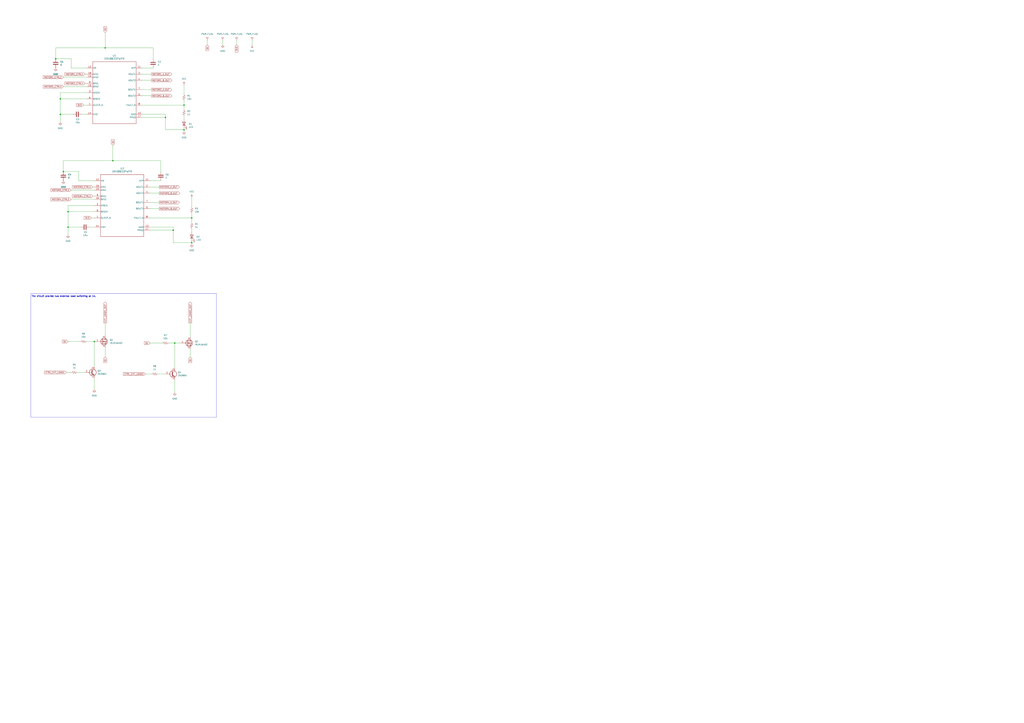
<source format=kicad_sch>
(kicad_sch (version 20250114) (generator "eeschema") (generator_version "9.0")
  (paper "A1")
  (lib_symbols
    (symbol "2025-03-26_19-09-32:DRV8833PWPR" (pin_names (offset 0.254))
      (property "Reference" "U" (at 0 2.54 0))
      (property "Value" "DRV8833PWPR" (at 0 0 0))
      (symbol "DRV8833PWPR_0_1"
        (polyline (pts (xy -17.78 25.4) (xy -17.78 -25.4)) (stroke (width 0.2032)))
        (polyline (pts (xy -17.78 -25.4) (xy 17.78 -25.4)) (stroke (width 0.2032)))
        (polyline (pts (xy 17.78 25.4) (xy -17.78 25.4)) (stroke (width 0.2032)))
        (polyline (pts (xy 17.78 -25.4) (xy 17.78 25.4)) (stroke (width 0.2032)))
        (pin power_in line (at -22.86 20.32 0) (length 5.08) (name "VM") (number "12"))
        (pin input line (at -22.86 15.24 0) (length 5.08) (name "AIN1") (number "16"))
        (pin input line (at -22.86 12.7 0) (length 5.08) (name "AIN2") (number "15"))
        (pin input line (at -22.86 7.62 0) (length 5.08) (name "BIN1") (number "9"))
        (pin input line (at -22.86 5.08 0) (length 5.08) (name "BIN2") (number "10"))
        (pin input line (at -22.86 0 0) (length 5.08) (name "AISEN") (number "3"))
        (pin input line (at -22.86 -5.08 0) (length 5.08) (name "BISEN") (number "6"))
        (pin input line (at -22.86 -10.16 0) (length 5.08) (name "SLEEP_N") (number "1"))
        (pin unspecified line (at -22.86 -17.78 0) (length 5.08) (name "VINT") (number "14"))
        (pin bidirectional line (at 22.86 20.32 180) (length 5.08) (name "VCP") (number "11"))
        (pin tri_state line (at 22.86 15.24 180) (length 5.08) (name "AOUT1") (number "2"))
        (pin tri_state line (at 22.86 10.16 180) (length 5.08) (name "AOUT2") (number "4"))
        (pin tri_state line (at 22.86 2.54 180) (length 5.08) (name "BOUT1") (number "7"))
        (pin tri_state line (at 22.86 -2.54 180) (length 5.08) (name "BOUT2") (number "5"))
        (pin open_collector line (at 22.86 -10.16 180) (length 5.08) (name "FAULT_N") (number "8"))
        (pin power_in line (at 22.86 -17.78 180) (length 5.08) (name "GND") (number "13"))
        (pin power_in line (at 22.86 -20.32 180) (length 5.08) (name "PPAD") (number "17"))
      )
    )
    (symbol "Device:C" (pin_numbers (hide yes)) (pin_names (offset 0.254))
      (property "Reference" "C" (at 0.635 2.54 0))
      (property "Value" "C" (at 0.635 -2.54 0))
      (symbol "C_0_1"
        (polyline (pts (xy -2.032 0.762) (xy 2.032 0.762)) (stroke (width 0.508)))
        (polyline (pts (xy -2.032 -0.762) (xy 2.032 -0.762)) (stroke (width 0.508)))
      )
      (symbol "C_1_1"
        (pin passive line (at 0 3.81 270) (length 2.794) (name "~") (number "1"))
        (pin passive line (at 0 -3.81 90) (length 2.794) (name "~") (number "2"))
      )
    )
    (symbol "Device:LED" (pin_numbers (hide yes)) (pin_names (offset 1.016) (hide yes))
      (property "Reference" "D" (at 0 2.54 0))
      (property "Value" "LED" (at 0 -2.54 0))
      (symbol "LED_0_1"
        (polyline (pts (xy -3.048 -0.762) (xy -4.572 -2.286) (xy -3.81 -2.286) (xy -4.572 -2.286) (xy -4.572 -1.524)))
        (polyline (pts (xy -1.778 -0.762) (xy -3.302 -2.286) (xy -2.54 -2.286) (xy -3.302 -2.286) (xy -3.302 -1.524)))
        (polyline (pts (xy -1.27 0) (xy 1.27 0)))
        (polyline (pts (xy -1.27 -1.27) (xy -1.27 1.27)) (stroke (width 0.254)))
        (polyline (pts (xy 1.27 -1.27) (xy 1.27 1.27) (xy -1.27 0) (xy 1.27 -1.27)) (stroke (width 0.254)))
      )
      (symbol "LED_1_1"
        (pin passive line (at -3.81 0 0) (length 2.54) (name "K") (number "1"))
        (pin passive line (at 3.81 0 180) (length 2.54) (name "A") (number "2"))
      )
    )
    (symbol "Device:R_Small_US" (pin_numbers (hide yes)) (pin_names (offset 0.254) (hide yes))
      (property "Reference" "R" (at 0.762 0.508 0))
      (property "Value" "R_Small_US" (at 0.762 -1.016 0))
      (symbol "R_Small_US_1_1"
        (polyline (pts (xy 0 1.524) (xy 1.016 1.143) (xy 0 0.762) (xy -1.016 0.381) (xy 0 0)))
        (polyline (pts (xy 0 0) (xy 1.016 -0.381) (xy 0 -0.762) (xy -1.016 -1.143) (xy 0 -1.524)))
        (pin passive line (at 0 2.54 270) (length 1.016) (name "~") (number "1"))
        (pin passive line (at 0 -2.54 90) (length 1.016) (name "~") (number "2"))
      )
    )
    (symbol "Transistor_BJT:2N3904" (pin_names (offset 0) (hide yes))
      (property "Reference" "Q" (at 5.08 1.905 0))
      (property "Value" "2N3904" (at 5.08 0 0))
      (symbol "2N3904_0_1"
        (polyline (pts (xy -2.54 0) (xy 0.635 0)))
        (polyline (pts (xy 0.635 1.905) (xy 0.635 -1.905)) (stroke (width 0.508)))
        (circle (center 1.27 0) (radius 2.8194) (stroke (width 0.254)))
      )
      (symbol "2N3904_1_1"
        (polyline (pts (xy 0.635 0.635) (xy 2.54 2.54)))
        (polyline (pts (xy 0.635 -0.635) (xy 2.54 -2.54)))
        (polyline (pts (xy 1.27 -1.778) (xy 1.778 -1.27) (xy 2.286 -2.286) (xy 1.27 -1.778)) (fill (type outline)))
        (pin input line (at -5.08 0 0) (length 2.54) (name "B") (number "2"))
        (pin passive line (at 2.54 5.08 270) (length 2.54) (name "C") (number "3"))
        (pin passive line (at 2.54 -5.08 90) (length 2.54) (name "E") (number "1"))
      )
    )
    (symbol "Transistor_FET:IRLML6402" (pin_names (hide yes))
      (property "Reference" "Q" (at 5.08 1.905 0))
      (property "Value" "IRLML6402" (at 5.08 0 0))
      (symbol "IRLML6402_0_1"
        (polyline (pts (xy 0.254 1.905) (xy 0.254 -1.905)) (stroke (width 0.254)))
        (polyline (pts (xy 0.254 0) (xy -2.54 0)))
        (polyline (pts (xy 0.762 2.286) (xy 0.762 1.27)) (stroke (width 0.254)))
        (polyline (pts (xy 0.762 1.778) (xy 3.302 1.778) (xy 3.302 -1.778) (xy 0.762 -1.778)))
        (polyline (pts (xy 0.762 0.508) (xy 0.762 -0.508)) (stroke (width 0.254)))
        (polyline (pts (xy 0.762 -1.27) (xy 0.762 -2.286)) (stroke (width 0.254)))
        (circle (center 1.651 0) (radius 2.794) (stroke (width 0.254)))
        (polyline (pts (xy 2.286 0) (xy 1.27 0.381) (xy 1.27 -0.381) (xy 2.286 0)) (fill (type outline)))
        (polyline (pts (xy 2.54 2.54) (xy 2.54 1.778)))
        (circle (center 2.54 1.778) (radius 0.254) (fill (type outline)))
        (circle (center 2.54 -1.778) (radius 0.254) (fill (type outline)))
        (polyline (pts (xy 2.54 -2.54) (xy 2.54 0) (xy 0.762 0)))
        (polyline (pts (xy 2.794 -0.508) (xy 2.921 -0.381) (xy 3.683 -0.381) (xy 3.81 -0.254)))
        (polyline (pts (xy 3.302 -0.381) (xy 2.921 0.254) (xy 3.683 0.254) (xy 3.302 -0.381)))
      )
      (symbol "IRLML6402_1_1"
        (pin input line (at -5.08 0 0) (length 2.54) (name "G") (number "1"))
        (pin passive line (at 2.54 5.08 270) (length 2.54) (name "D") (number "3"))
        (pin passive line (at 2.54 -5.08 90) (length 2.54) (name "S") (number "2"))
      )
    )
    (symbol "power:GND" (power) (pin_numbers (hide yes)) (pin_names (offset 0) (hide yes))
      (property "Value" "GND" (at 0 -3.81 0))
      (symbol "GND_0_1"
        (polyline (pts (xy 0 0) (xy 0 -1.27) (xy 1.27 -1.27) (xy 0 -2.54) (xy -1.27 -1.27) (xy 0 -1.27)))
      )
      (symbol "GND_1_1"
        (pin power_in line (at 0 0 270) (length 0) (name "~") (number "1"))
      )
    )
    (symbol "power:PWR_FLAG" (power) (pin_numbers (hide yes)) (pin_names (offset 0) (hide yes))
      (property "Value" "PWR_FLAG" (at 0 3.81 0))
      (symbol "PWR_FLAG_0_0"
        (pin power_out line (at 0 0 90) (length 0) (name "~") (number "1"))
      )
      (symbol "PWR_FLAG_0_1"
        (polyline (pts (xy 0 0) (xy 0 1.27) (xy -1.016 1.905) (xy 0 2.54) (xy 1.016 1.905) (xy 0 1.27)))
      )
    )
    (symbol "power:VCC" (power) (pin_numbers (hide yes)) (pin_names (offset 0) (hide yes))
      (property "Value" "VCC" (at 0 3.556 0))
      (symbol "VCC_0_1"
        (polyline (pts (xy -0.762 1.27) (xy 0 2.54)))
        (polyline (pts (xy 0 2.54) (xy 0.762 1.27)))
        (polyline (pts (xy 0 0) (xy 0 2.54)))
      )
      (symbol "VCC_1_1"
        (pin power_in line (at 0 0 90) (length 0) (name "~") (number "1"))
      )
    )
  )
  (text "The circuit provide two external load switching at 1A." (at 52.324 243.586 0) (effects (font (size 1.27 1.27) (thickness 0.254) (bold yes))))
  (junction (at 55.88 186.69))
  (junction (at 151.13 86.36))
  (junction (at 157.48 179.07))
  (junction (at 45.72 48.26))
  (junction (at 142.24 189.23))
  (junction (at 86.36 39.37))
  (junction (at 55.88 173.99))
  (junction (at 92.71 132.08))
  (junction (at 77.47 280.67))
  (junction (at 157.48 199.39))
  (junction (at 143.51 281.94))
  (junction (at 52.07 140.97))
  (junction (at 49.53 93.98))
  (junction (at 135.89 96.52))
  (junction (at 49.53 81.28))
  (junction (at 151.13 106.68))
  (wire (pts (xy 207.01 33.02) (xy 207.01 36.83)))
  (wire (pts (xy 86.36 39.37) (xy 45.72 39.37)))
  (wire (pts (xy 45.72 48.26) (xy 58.42 48.26)))
  (wire (pts (xy 132.08 132.08) (xy 92.71 132.08)))
  (wire (pts (xy 58.42 156.21) (xy 77.47 156.21)))
  (wire (pts (xy 182.88 33.02) (xy 182.88 36.83)))
  (wire (pts (xy 77.47 280.67) (xy 77.47 300.99)))
  (wire (pts (xy 138.43 281.94) (xy 143.51 281.94)))
  (wire (pts (xy 143.51 312.42) (xy 143.51 322.58)))
  (wire (pts (xy 123.19 186.69) (xy 142.24 186.69)))
  (wire (pts (xy 142.24 189.23) (xy 142.24 199.39)))
  (wire (pts (xy 49.53 93.98) (xy 49.53 100.33)))
  (wire (pts (xy 49.53 76.2) (xy 49.53 81.28)))
  (wire (pts (xy 69.85 60.96) (xy 71.12 60.96)))
  (wire (pts (xy 63.5 306.07) (xy 69.85 306.07)))
  (wire (pts (xy 92.71 119.38) (xy 92.71 132.08)))
  (wire (pts (xy 123.19 166.37) (xy 130.81 166.37)))
  (polyline (pts (xy 25.4 241.3) (xy 177.8 241.3)))
  (wire (pts (xy 142.24 199.39) (xy 157.48 199.39)))
  (wire (pts (xy 64.77 140.97) (xy 64.77 148.59)))
  (wire (pts (xy 116.84 93.98) (xy 135.89 93.98)))
  (wire (pts (xy 77.47 311.15) (xy 77.47 320.04)))
  (wire (pts (xy 125.73 39.37) (xy 86.36 39.37)))
  (wire (pts (xy 52.07 132.08) (xy 52.07 140.97)))
  (wire (pts (xy 71.12 280.67) (xy 77.47 280.67)))
  (wire (pts (xy 77.47 168.91) (xy 55.88 168.91)))
  (wire (pts (xy 116.84 78.74) (xy 124.46 78.74)))
  (wire (pts (xy 68.58 86.36) (xy 71.12 86.36)))
  (wire (pts (xy 86.36 285.75) (xy 86.36 293.37)))
  (wire (pts (xy 125.73 48.26) (xy 125.73 39.37)))
  (polyline (pts (xy 25.4 241.3) (xy 25.4 342.9)))
  (wire (pts (xy 116.84 66.04) (xy 124.46 66.04)))
  (wire (pts (xy 123.19 153.67) (xy 130.81 153.67)))
  (wire (pts (xy 54.61 306.07) (xy 58.42 306.07)))
  (wire (pts (xy 49.53 81.28) (xy 71.12 81.28)))
  (wire (pts (xy 55.88 186.69) (xy 55.88 193.04)))
  (wire (pts (xy 86.36 265.43) (xy 86.36 275.59)))
  (wire (pts (xy 58.42 163.83) (xy 77.47 163.83)))
  (wire (pts (xy 151.13 82.55) (xy 151.13 86.36)))
  (wire (pts (xy 55.88 168.91) (xy 55.88 173.99)))
  (wire (pts (xy 135.89 93.98) (xy 135.89 96.52)))
  (wire (pts (xy 151.13 105.41) (xy 151.13 106.68)))
  (wire (pts (xy 119.38 307.34) (xy 124.46 307.34)))
  (wire (pts (xy 116.84 86.36) (xy 151.13 86.36)))
  (wire (pts (xy 151.13 69.85) (xy 151.13 77.47)))
  (wire (pts (xy 116.84 96.52) (xy 135.89 96.52)))
  (wire (pts (xy 123.19 148.59) (xy 132.08 148.59)))
  (wire (pts (xy 74.93 179.07) (xy 77.47 179.07)))
  (wire (pts (xy 49.53 81.28) (xy 49.53 93.98)))
  (wire (pts (xy 123.19 179.07) (xy 157.48 179.07)))
  (wire (pts (xy 135.89 96.52) (xy 135.89 106.68)))
  (wire (pts (xy 69.85 68.58) (xy 71.12 68.58)))
  (wire (pts (xy 77.47 148.59) (xy 64.77 148.59)))
  (wire (pts (xy 142.24 186.69) (xy 142.24 189.23)))
  (wire (pts (xy 132.08 140.97) (xy 132.08 132.08)))
  (wire (pts (xy 116.84 60.96) (xy 124.46 60.96)))
  (wire (pts (xy 157.48 187.96) (xy 157.48 190.5)))
  (wire (pts (xy 52.07 63.5) (xy 71.12 63.5)))
  (wire (pts (xy 116.84 73.66) (xy 124.46 73.66)))
  (wire (pts (xy 76.2 161.29) (xy 77.47 161.29)))
  (wire (pts (xy 151.13 86.36) (xy 151.13 90.17)))
  (wire (pts (xy 71.12 55.88) (xy 58.42 55.88)))
  (wire (pts (xy 73.66 186.69) (xy 77.47 186.69)))
  (wire (pts (xy 143.51 302.26) (xy 143.51 281.94)))
  (wire (pts (xy 151.13 106.68) (xy 151.13 107.95)))
  (wire (pts (xy 123.19 171.45) (xy 130.81 171.45)))
  (wire (pts (xy 55.88 280.67) (xy 66.04 280.67)))
  (wire (pts (xy 156.21 287.02) (xy 156.21 293.37)))
  (wire (pts (xy 67.31 93.98) (xy 71.12 93.98)))
  (wire (pts (xy 123.19 158.75) (xy 130.81 158.75)))
  (wire (pts (xy 157.48 175.26) (xy 157.48 179.07)))
  (wire (pts (xy 157.48 198.12) (xy 157.48 199.39)))
  (wire (pts (xy 151.13 95.25) (xy 151.13 97.79)))
  (wire (pts (xy 156.21 265.43) (xy 156.21 276.86)))
  (wire (pts (xy 92.71 132.08) (xy 52.07 132.08)))
  (wire (pts (xy 76.2 153.67) (xy 77.47 153.67)))
  (wire (pts (xy 135.89 106.68) (xy 151.13 106.68)))
  (wire (pts (xy 59.69 93.98) (xy 49.53 93.98)))
  (wire (pts (xy 157.48 179.07) (xy 157.48 182.88)))
  (wire (pts (xy 71.12 76.2) (xy 49.53 76.2)))
  (wire (pts (xy 86.36 26.67) (xy 86.36 39.37)))
  (wire (pts (xy 116.84 55.88) (xy 125.73 55.88)))
  (wire (pts (xy 170.18 33.02) (xy 170.18 36.83)))
  (wire (pts (xy 148.59 281.94) (xy 143.51 281.94)))
  (wire (pts (xy 55.88 173.99) (xy 77.47 173.99)))
  (wire (pts (xy 58.42 48.26) (xy 58.42 55.88)))
  (wire (pts (xy 55.88 173.99) (xy 55.88 186.69)))
  (wire (pts (xy 45.72 39.37) (xy 45.72 48.26)))
  (wire (pts (xy 52.07 71.12) (xy 71.12 71.12)))
  (wire (pts (xy 157.48 162.56) (xy 157.48 170.18)))
  (wire (pts (xy 77.47 280.67) (xy 78.74 280.67)))
  (wire (pts (xy 129.54 307.34) (xy 135.89 307.34)))
  (polyline (pts (xy 177.8 241.3) (xy 177.8 342.9)))
  (wire (pts (xy 123.19 281.94) (xy 133.35 281.94)))
  (wire (pts (xy 123.19 189.23) (xy 142.24 189.23)))
  (wire (pts (xy 66.04 186.69) (xy 55.88 186.69)))
  (wire (pts (xy 157.48 199.39) (xy 157.48 200.66)))
  (wire (pts (xy 194.31 33.02) (xy 194.31 36.83)))
  (wire (pts (xy 52.07 140.97) (xy 64.77 140.97)))
  (polyline (pts (xy 177.8 342.9) (xy 25.4 342.9)))
  (global_label "3V3" (shape input) (at 68.58 86.36 180) (property "Intersheetrefs" "${INTERSHEET_REFS}" (effects (hide yes))))
  (global_label "MOTOR3_CTRL2" (shape input) (at 58.42 156.21 180) (property "Intersheetrefs" "${INTERSHEET_REFS}" (effects (hide yes))))
  (global_label "MOTOR3_CTRL1" (shape input) (at 76.2 153.67 180) (property "Intersheetrefs" "${INTERSHEET_REFS}" (effects (hide yes))))
  (global_label "5V" (shape input) (at 92.71 119.38 90) (property "Intersheetrefs" "${INTERSHEET_REFS}" (effects (hide yes))))
  (global_label "5V" (shape input) (at 86.36 293.37 270) (property "Intersheetrefs" "${INTERSHEET_REFS}" (effects (hide yes))))
  (global_label "5V" (shape input) (at 55.88 280.67 180) (property "Intersheetrefs" "${INTERSHEET_REFS}" (effects (hide yes))))
  (global_label "MOTOR1_CTRL2" (shape input) (at 52.07 63.5 180) (property "Intersheetrefs" "${INTERSHEET_REFS}" (effects (hide yes))))
  (global_label "5V" (shape input) (at 123.19 281.94 180) (property "Intersheetrefs" "${INTERSHEET_REFS}" (effects (hide yes))))
  (global_label "3V3" (shape input) (at 194.31 36.83 270) (property "Intersheetrefs" "${INTERSHEET_REFS}" (effects (hide yes))))
  (global_label "MOTOR3_B_OUT" (shape output) (at 130.81 158.75 0) (property "Intersheetrefs" "${INTERSHEET_REFS}" (effects (hide yes))))
  (global_label "MOTOR2_B_OUT" (shape output) (at 124.46 78.74 0) (property "Intersheetrefs" "${INTERSHEET_REFS}" (effects (hide yes))))
  (global_label "EXT_LOAD1_OUT" (shape output) (at 86.36 265.43 90) (property "Intersheetrefs" "${INTERSHEET_REFS}" (effects (hide yes))))
  (global_label "5V" (shape input) (at 156.21 293.37 270) (property "Intersheetrefs" "${INTERSHEET_REFS}" (effects (hide yes))))
  (global_label "MOTOR2_A_OUT" (shape output) (at 124.46 73.66 0) (property "Intersheetrefs" "${INTERSHEET_REFS}" (effects (hide yes))))
  (global_label "MOTOR2_CTRL1" (shape input) (at 69.85 68.58 180) (property "Intersheetrefs" "${INTERSHEET_REFS}" (effects (hide yes))))
  (global_label "MOTOR1_CTRL1" (shape input) (at 69.85 60.96 180) (property "Intersheetrefs" "${INTERSHEET_REFS}" (effects (hide yes))))
  (global_label "MOTOR4_B_OUT" (shape output) (at 130.81 171.45 0) (property "Intersheetrefs" "${INTERSHEET_REFS}" (effects (hide yes))))
  (global_label "CTRL_EXT_LOAD1" (shape input) (at 54.61 306.07 180) (property "Intersheetrefs" "${INTERSHEET_REFS}" (effects (hide yes))))
  (global_label "EXT_LOAD2_OUT" (shape output) (at 156.21 265.43 90) (property "Intersheetrefs" "${INTERSHEET_REFS}" (effects (hide yes))))
  (global_label "3V3" (shape input) (at 74.93 179.07 180) (property "Intersheetrefs" "${INTERSHEET_REFS}" (effects (hide yes))))
  (global_label "MOTOR3_A_OUT" (shape output) (at 130.81 153.67 0) (property "Intersheetrefs" "${INTERSHEET_REFS}" (effects (hide yes))))
  (global_label "MOTOR1_A_OUT" (shape output) (at 124.46 60.96 0) (property "Intersheetrefs" "${INTERSHEET_REFS}" (effects (hide yes))))
  (global_label "MOTOR2_CTRL2" (shape input) (at 52.07 71.12 180) (property "Intersheetrefs" "${INTERSHEET_REFS}" (effects (hide yes))))
  (global_label "5V" (shape input) (at 170.18 36.83 270) (property "Intersheetrefs" "${INTERSHEET_REFS}" (effects (hide yes))))
  (global_label "MOTOR4_A_OUT" (shape output) (at 130.81 166.37 0) (property "Intersheetrefs" "${INTERSHEET_REFS}" (effects (hide yes))))
  (global_label "MOTOR4_CTRL1" (shape input) (at 76.2 161.29 180) (property "Intersheetrefs" "${INTERSHEET_REFS}" (effects (hide yes))))
  (global_label "MOTOR1_B_OUT" (shape output) (at 124.46 66.04 0) (property "Intersheetrefs" "${INTERSHEET_REFS}" (effects (hide yes))))
  (global_label "5V" (shape input) (at 86.36 26.67 90) (property "Intersheetrefs" "${INTERSHEET_REFS}" (effects (hide yes))))
  (global_label "CTRL_EXT_LOAD2" (shape input) (at 119.38 307.34 180) (property "Intersheetrefs" "${INTERSHEET_REFS}" (effects (hide yes))))
  (global_label "MOTOR4_CTRL2" (shape input) (at 58.42 163.83 180) (property "Intersheetrefs" "${INTERSHEET_REFS}" (effects (hide yes))))
  (symbol (lib_id "power:VCC") (at 207.01 36.83 180) (unit 1)
    (property "Reference" "#PWR06" (effects (hide yes)))
    (property "Value" "VCC" (at 207.01 41.91 0))
    (property "Description" "Power symbol creates a global label with name \"VCC\"" (effects (hide yes)))
  )
  (symbol (lib_id "Device:R_Small_US") (at 151.13 92.71 0) (unit 1)
    (property "Reference" "R2" (at 153.67 91.4399 0) (effects (justify left)))
    (property "Value" "1k" (at 153.67 93.9799 0) (effects (justify left)))
    (property "Description" "Resistor, small US symbol" (effects (hide yes)))
  )
  (symbol (lib_id "power:GND") (at 77.47 320.04 0) (unit 1)
    (property "Reference" "#PWR011" (effects (hide yes)))
    (property "Value" "GND" (at 77.47 325.12 0))
    (property "Description" "Power symbol creates a global label with name \"GND\" , ground" (effects (hide yes)))
  )
  (symbol (lib_id "Device:C") (at 132.08 144.78 0) (unit 1)
    (property "Reference" "C6" (at 135.89 143.5099 0) (effects (justify left)))
    (property "Value" "C" (at 135.89 146.0499 0) (effects (justify left)))
    (property "Description" "Unpolarized capacitor" (effects (hide yes)))
  )
  (symbol (lib_id "Device:R_Small_US") (at 60.96 306.07 90) (unit 1)
    (property "Reference" "R5" (at 60.96 299.72 90))
    (property "Value" "1k" (at 60.96 302.26 90))
    (property "Description" "Resistor, small US symbol" (effects (hide yes)))
  )
  (symbol (lib_id "power:GND") (at 182.88 36.83 0) (unit 1)
    (property "Reference" "#PWR05" (effects (hide yes)))
    (property "Value" "GND" (at 182.88 41.91 0))
    (property "Description" "Power symbol creates a global label with name \"GND\" , ground" (effects (hide yes)))
  )
  (symbol (lib_id "Transistor_FET:IRLML6402") (at 153.67 281.94 0) (unit 1)
    (property "Reference" "Q2" (at 160.02 280.6699 0) (effects (justify left)))
    (property "Value" "IRLML6402" (at 160.02 283.2099 0) (effects (justify left)))
    (property "Footprint" "Package_TO_SOT_SMD:SOT-23" (effects (hide yes)))
    (property "Datasheet" "https://www.infineon.com/dgdl/irlml6402pbf.pdf?fileId=5546d462533600a401535668d5c2263c" (effects (hide yes)))
    (property "Description" "-3.7A Id, -20V Vds, 65mOhm Rds, P-Channel HEXFET Power MOSFET, SOT-23" (effects (hide yes)))
  )
  (symbol (lib_id "power:PWR_FLAG") (at 194.31 33.02 0) (unit 1)
    (property "Reference" "#FLG03" (effects (hide yes)))
    (property "Value" "PWR_FLAG" (at 194.31 27.94 0))
    (property "Description" "Special symbol for telling ERC where power comes from" (effects (hide yes)))
  )
  (symbol (lib_id "Device:R_Small_US") (at 157.48 172.72 0) (unit 1)
    (property "Reference" "R3" (at 160.02 171.4499 0) (effects (justify left)))
    (property "Value" "10k" (at 160.02 173.9899 0) (effects (justify left)))
    (property "Description" "Resistor, small US symbol" (effects (hide yes)))
  )
  (symbol (lib_id "Device:C") (at 52.07 144.78 0) (unit 1)
    (property "Reference" "C4" (at 55.88 143.5099 0) (effects (justify left)))
    (property "Value" "C" (at 55.88 146.0499 0) (effects (justify left)))
    (property "Description" "Unpolarized capacitor" (effects (hide yes)))
  )
  (symbol (lib_id "2025-03-26_19-09-32:DRV8833PWPR") (at 100.33 168.91 0) (unit 1)
    (property "Reference" "U2" (at 100.33 138.43 0) (effects (font (size 1.524 1.524))))
    (property "Value" "DRV8833PWPR" (at 100.33 140.97 0) (effects (font (size 1.524 1.524))))
    (property "Footprint" "footprints:PWP0016C_N" (effects (hide yes)))
    (property "Datasheet" "DRV8833PWPR" (effects (hide yes)))
  )
  (symbol (lib_id "power:VCC") (at 157.48 162.56 0) (unit 1)
    (property "Reference" "#PWR09" (effects (hide yes)))
    (property "Value" "VCC" (at 157.48 157.48 0))
    (property "Description" "Power symbol creates a global label with name \"VCC\"" (effects (hide yes)))
  )
  (symbol (lib_id "power:GND") (at 157.48 200.66 0) (unit 1)
    (property "Reference" "#PWR010" (effects (hide yes)))
    (property "Value" "GND" (at 157.48 205.74 0))
    (property "Description" "Power symbol creates a global label with name \"GND\" , ground" (effects (hide yes)))
  )
  (symbol (lib_id "Device:R_Small_US") (at 127 307.34 270) (unit 1)
    (property "Reference" "R8" (at 127 300.99 90))
    (property "Value" "1k" (at 127 303.53 90))
    (property "Description" "Resistor, small US symbol" (effects (hide yes)))
  )
  (symbol (lib_id "power:GND") (at 45.72 55.88 0) (unit 1)
    (property "Reference" "#PWR03" (effects (hide yes)))
    (property "Value" "GND" (at 45.72 60.96 0))
    (property "Description" "Power symbol creates a global label with name \"GND\" , ground" (effects (hide yes)))
  )
  (symbol (lib_id "Device:LED") (at 157.48 194.31 90) (unit 1)
    (property "Reference" "D2" (at 161.29 194.6274 90) (effects (justify right)))
    (property "Value" "LED" (at 161.29 197.1674 90) (effects (justify right)))
    (property "Description" "Light emitting diode" (effects (hide yes)))
    (property "Sim.Pins" "1=K 2=A" (effects (hide yes)))
  )
  (symbol (lib_id "Transistor_BJT:2N3904") (at 140.97 307.34 0) (unit 1)
    (property "Reference" "Q4" (at 146.05 306.0699 0) (effects (justify left)))
    (property "Value" "2N3904" (at 146.05 308.6099 0) (effects (justify left)))
    (property "Footprint" "Package_TO_SOT_THT:TO-92_Inline" (effects (hide yes)))
    (property "Datasheet" "https://www.onsemi.com/pub/Collateral/2N3903-D.PDF" (effects (hide yes)))
    (property "Description" "0.2A Ic, 40V Vce, Small Signal NPN Transistor, TO-92" (effects (hide yes)))
  )
  (symbol (lib_id "Device:R_Small_US") (at 135.89 281.94 90) (unit 1)
    (property "Reference" "R7" (at 135.89 275.59 90))
    (property "Value" "10k" (at 135.89 278.13 90))
    (property "Description" "Resistor, small US symbol" (effects (hide yes)))
  )
  (symbol (lib_id "Device:C") (at 45.72 52.07 0) (unit 1)
    (property "Reference" "C1" (at 49.53 50.7999 0) (effects (justify left)))
    (property "Value" "C" (at 49.53 53.3399 0) (effects (justify left)))
    (property "Description" "Unpolarized capacitor" (effects (hide yes)))
  )
  (symbol (lib_id "power:GND") (at 49.53 100.33 0) (unit 1)
    (property "Reference" "#PWR04" (effects (hide yes)))
    (property "Value" "GND" (at 49.53 105.41 0))
    (property "Description" "Power symbol creates a global label with name \"GND\" , ground" (effects (hide yes)))
  )
  (symbol (lib_id "power:PWR_FLAG") (at 170.18 33.02 0) (unit 1)
    (property "Reference" "#FLG01" (effects (hide yes)))
    (property "Value" "PWR_FLAG" (at 170.18 27.94 0))
    (property "Description" "Special symbol for telling ERC where power comes from" (effects (hide yes)))
  )
  (symbol (lib_id "Transistor_BJT:2N3904") (at 74.93 306.07 0) (unit 1)
    (property "Reference" "Q3" (at 80.01 304.7999 0) (effects (justify left)))
    (property "Value" "2N3904" (at 80.01 307.3399 0) (effects (justify left)))
    (property "Footprint" "Package_TO_SOT_THT:TO-92_Inline" (effects (hide yes)))
    (property "Datasheet" "https://www.onsemi.com/pub/Collateral/2N3903-D.PDF" (effects (hide yes)))
    (property "Description" "0.2A Ic, 40V Vce, Small Signal NPN Transistor, TO-92" (effects (hide yes)))
  )
  (symbol (lib_id "2025-03-26_19-09-32:DRV8833PWPR") (at 93.98 76.2 0) (unit 1)
    (property "Reference" "U1" (at 93.98 45.72 0) (effects (font (size 1.524 1.524))))
    (property "Value" "DRV8833PWPR" (at 93.98 48.26 0) (effects (font (size 1.524 1.524))))
    (property "Footprint" "footprints:PWP0016C_N" (effects (hide yes)))
    (property "Datasheet" "DRV8833PWPR" (effects (hide yes)))
  )
  (symbol (lib_id "Device:R_Small_US") (at 68.58 280.67 90) (unit 1)
    (property "Reference" "R6" (at 68.58 274.32 90))
    (property "Value" "10k" (at 68.58 276.86 90))
    (property "Description" "Resistor, small US symbol" (effects (hide yes)))
  )
  (symbol (lib_id "power:GND") (at 55.88 193.04 0) (unit 1)
    (property "Reference" "#PWR08" (effects (hide yes)))
    (property "Value" "GND" (at 55.88 198.12 0))
    (property "Description" "Power symbol creates a global label with name \"GND\" , ground" (effects (hide yes)))
  )
  (symbol (lib_id "Device:R_Small_US") (at 157.48 185.42 0) (unit 1)
    (property "Reference" "R4" (at 160.02 184.1499 0) (effects (justify left)))
    (property "Value" "1k" (at 160.02 186.6899 0) (effects (justify left)))
    (property "Description" "Resistor, small US symbol" (effects (hide yes)))
  )
  (symbol (lib_id "power:GND") (at 151.13 107.95 0) (unit 1)
    (property "Reference" "#PWR01" (effects (hide yes)))
    (property "Value" "GND" (at 151.13 113.03 0))
    (property "Description" "Power symbol creates a global label with name \"GND\" , ground" (effects (hide yes)))
  )
  (symbol (lib_id "Transistor_FET:IRLML6402") (at 83.82 280.67 0) (unit 1)
    (property "Reference" "Q1" (at 90.17 279.3999 0) (effects (justify left)))
    (property "Value" "IRLML6402" (at 90.17 281.9399 0) (effects (justify left)))
    (property "Footprint" "Package_TO_SOT_SMD:SOT-23" (effects (hide yes)))
    (property "Datasheet" "https://www.infineon.com/dgdl/irlml6402pbf.pdf?fileId=5546d462533600a401535668d5c2263c" (effects (hide yes)))
    (property "Description" "-3.7A Id, -20V Vds, 65mOhm Rds, P-Channel HEXFET Power MOSFET, SOT-23" (effects (hide yes)))
  )
  (symbol (lib_id "Device:R_Small_US") (at 151.13 80.01 0) (unit 1)
    (property "Reference" "R1" (at 153.67 78.7399 0) (effects (justify left)))
    (property "Value" "10k" (at 153.67 81.2799 0) (effects (justify left)))
    (property "Description" "Resistor, small US symbol" (effects (hide yes)))
  )
  (symbol (lib_id "power:GND") (at 52.07 148.59 0) (unit 1)
    (property "Reference" "#PWR07" (effects (hide yes)))
    (property "Value" "GND" (at 52.07 153.67 0))
    (property "Description" "Power symbol creates a global label with name \"GND\" , ground" (effects (hide yes)))
  )
  (symbol (lib_id "Device:C") (at 125.73 52.07 0) (unit 1)
    (property "Reference" "C2" (at 129.54 50.7999 0) (effects (justify left)))
    (property "Value" "C" (at 129.54 53.3399 0) (effects (justify left)))
    (property "Description" "Unpolarized capacitor" (effects (hide yes)))
  )
  (symbol (lib_id "power:VCC") (at 151.13 69.85 0) (unit 1)
    (property "Reference" "#PWR02" (effects (hide yes)))
    (property "Value" "VCC" (at 151.13 64.77 0))
    (property "Description" "Power symbol creates a global label with name \"VCC\"" (effects (hide yes)))
  )
  (symbol (lib_id "power:PWR_FLAG") (at 207.01 33.02 0) (unit 1)
    (property "Reference" "#FLG04" (effects (hide yes)))
    (property "Value" "PWR_FLAG" (at 207.01 27.94 0))
    (property "Description" "Special symbol for telling ERC where power comes from" (effects (hide yes)))
  )
  (symbol (lib_id "power:GND") (at 143.51 322.58 0) (unit 1)
    (property "Reference" "#PWR012" (effects (hide yes)))
    (property "Value" "GND" (at 143.51 327.66 0))
    (property "Description" "Power symbol creates a global label with name \"GND\" , ground" (effects (hide yes)))
  )
  (symbol (lib_id "Device:C") (at 63.5 93.98 90) (unit 1)
    (property "Reference" "C3" (at 63.754 98.044 90))
    (property "Value" "10u" (at 63.754 100.584 90))
    (property "Description" "Unpolarized capacitor" (effects (hide yes)))
  )
  (symbol (lib_id "Device:LED") (at 151.13 101.6 90) (unit 1)
    (property "Reference" "D1" (at 154.94 101.9174 90) (effects (justify right)))
    (property "Value" "LED" (at 154.94 104.4574 90) (effects (justify right)))
    (property "Description" "Light emitting diode" (effects (hide yes)))
    (property "Sim.Pins" "1=K 2=A" (effects (hide yes)))
  )
  (symbol (lib_id "Device:C") (at 69.85 186.69 90) (unit 1)
    (property "Reference" "C5" (at 70.104 190.754 90))
    (property "Value" "10u" (at 70.104 193.294 90))
    (property "Description" "Unpolarized capacitor" (effects (hide yes)))
  )
  (symbol (lib_id "power:PWR_FLAG") (at 182.88 33.02 0) (unit 1)
    (property "Reference" "#FLG02" (effects (hide yes)))
    (property "Value" "PWR_FLAG" (at 182.88 27.94 0))
    (property "Description" "Special symbol for telling ERC where power comes from" (effects (hide yes)))
  )
)
</source>
